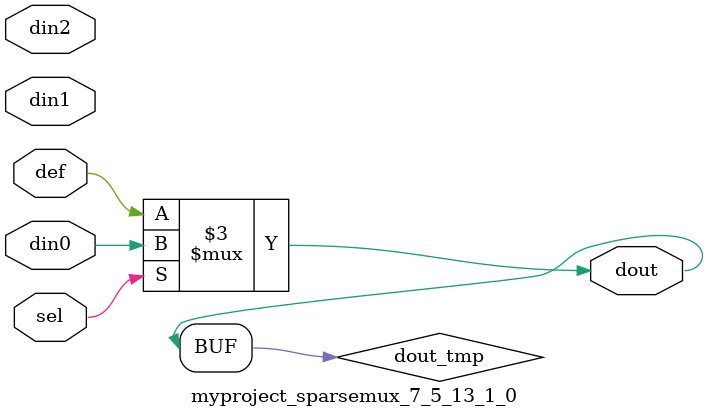
<source format=v>
`timescale 1ns / 1ps

module myproject_sparsemux_7_5_13_1_0 (din0,din1,din2,def,sel,dout);

parameter din0_WIDTH = 1;

parameter din1_WIDTH = 1;

parameter din2_WIDTH = 1;

parameter def_WIDTH = 1;
parameter sel_WIDTH = 1;
parameter dout_WIDTH = 1;

parameter [sel_WIDTH-1:0] CASE0 = 1;

parameter [sel_WIDTH-1:0] CASE1 = 1;

parameter [sel_WIDTH-1:0] CASE2 = 1;

parameter ID = 1;
parameter NUM_STAGE = 1;



input [din0_WIDTH-1:0] din0;

input [din1_WIDTH-1:0] din1;

input [din2_WIDTH-1:0] din2;

input [def_WIDTH-1:0] def;
input [sel_WIDTH-1:0] sel;

output [dout_WIDTH-1:0] dout;



reg [dout_WIDTH-1:0] dout_tmp;

always @ (*) begin
case (sel)
    
    CASE0 : dout_tmp = din0;
    
    CASE1 : dout_tmp = din1;
    
    CASE2 : dout_tmp = din2;
    
    default : dout_tmp = def;
endcase
end


assign dout = dout_tmp;



endmodule

</source>
